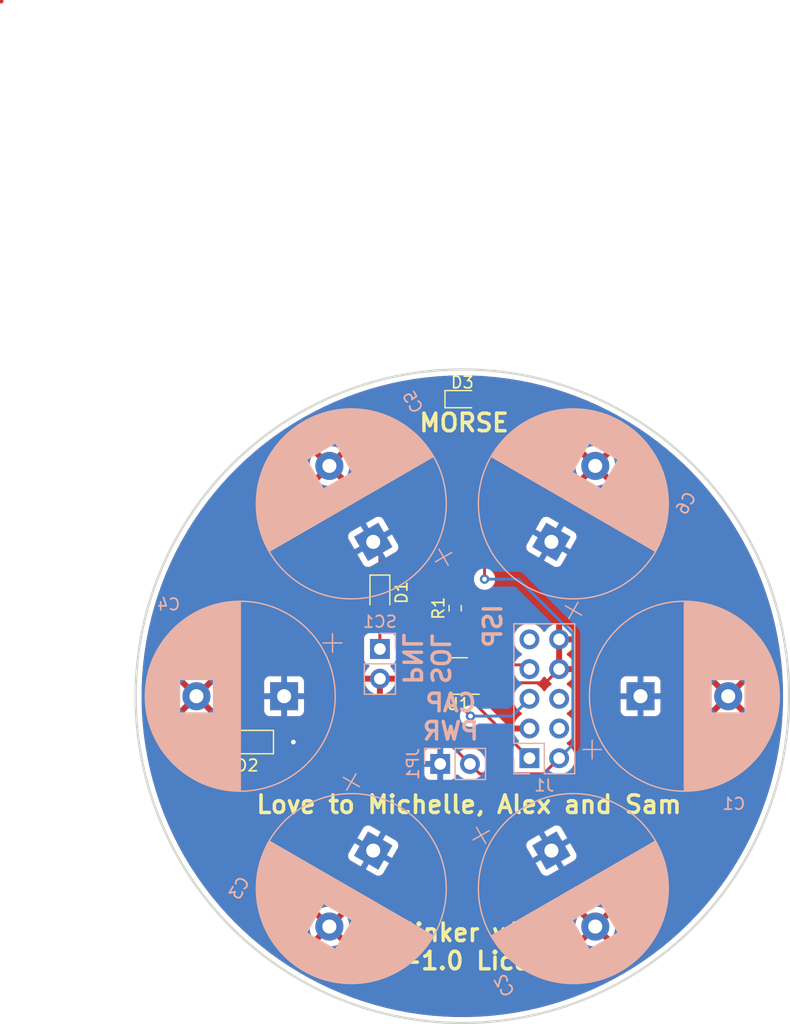
<source format=kicad_pcb>
(kicad_pcb (version 20211014) (generator pcbnew)
  (layers (0 "F.Cu" signal) (31 "B.Cu" signal) (34 "B.Paste" user) (35 "F.Paste" user) (36 "B.SilkS" user "B.Silkscreen") (37 "F.SilkS" user "F.Silkscreen") (38 "B.Mask" user) (39 "F.Mask" user) (44 "Edge.Cuts" user))
  (net 0 "")
  (net 1 "/SLR_IN")
  (net 2 "GND")
  (net 3 "TPIDATA")
  (net 5 "RESET")
  (net 7 "TPICLK")
  (net 9 "2.7VCC")
  (net 10 "/LED_R")
  (net 11 "5VCC")
  (net 12 "LED")
  (footprint "Diode_SMD:D_SOD-123" (layer "F.Cu") (at 146.7 105.52 180)
    (fp_text reference "D2" (at 0 -2 180) (layer "F.SilkS"))
    (fp_text value "D_Zener")
    (pad "1" smd rect (at -1.65 0 180) (size 0.9 1.2) (layers "F.Cu" "F.Paste" "F.Mask") (net 9 "2.7VCC"))
    (pad "2" smd rect (at 1.65 0 180) (size 0.9 1.2) (layers "F.Cu" "F.Paste" "F.Mask") (net 2 "GND"))
  )
  (footprint "LED_SMD:LED_0603_1608Metric" (layer "F.Cu") (at 165.1 76.2)
    (fp_text reference "D3" (at 0 -1.43) (layer "F.SilkS"))
    (fp_text value "LED")
    (pad "1" smd roundrect (at -0.7875 0) (size 0.875 0.95) (layers "F.Cu" "F.Paste" "F.Mask") (net 10 "/LED_R"))
    (pad "2" smd roundrect (at 0.7875 0) (size 0.875 0.95) (layers "F.Cu" "F.Paste" "F.Mask") (net 11 "5VCC"))
  )
  (footprint "Resistor_SMD:R_0603_1608Metric" (layer "F.Cu") (at 164.485 94.08 90)
    (fp_text reference "R1" (at 0 -1.43 90) (layer "F.SilkS"))
    (fp_text value "220")
    (pad "1" smd roundrect (at -0.825 0 90) (size 0.8 0.95) (layers "F.Cu" "F.Paste" "F.Mask") (net 12 "LED"))
    (pad "2" smd roundrect (at 0.825 0 90) (size 0.8 0.95) (layers "F.Cu" "F.Paste" "F.Mask") (net 10 "/LED_R"))
  )
  (footprint "Diode_SMD:D_SOD-323" (layer "F.Cu") (at 158.05 92.74 -90)
    (fp_text reference "D1" (at 0 -1.85 90) (layer "F.SilkS"))
    (fp_text value "D_Schottky")
    (pad "1" smd rect (at -1.05 0 270) (size 0.6 0.45) (layers "F.Cu" "F.Paste" "F.Mask") (net 9 "2.7VCC"))
    (pad "2" smd rect (at 1.05 0 270) (size 0.6 0.45) (layers "F.Cu" "F.Paste" "F.Mask") (net 1 "/SLR_IN"))
  )
  (footprint "Package_TO_SOT_SMD:SOT-23-6" (layer "F.Cu") (at 164.7425 99.87 180)
    (fp_text reference "U1" (at 0 -2.4) (layer "F.SilkS"))
    (fp_text value "ATtiny10-TS")
    (pad "1" smd roundrect (at -1.1375 -0.95 180) (size 1.325 0.6) (layers "F.Cu" "F.Paste" "F.Mask") (net 3 "TPIDATA"))
    (pad "2" smd roundrect (at -1.1375 0 180) (size 1.325 0.6) (layers "F.Cu" "F.Paste" "F.Mask") (net 2 "GND"))
    (pad "3" smd roundrect (at -1.1375 0.95 180) (size 1.325 0.6) (layers "F.Cu" "F.Paste" "F.Mask") (net 7 "TPICLK"))
    (pad "4" smd roundrect (at 1.1375 0.95 180) (size 1.325 0.6) (layers "F.Cu" "F.Paste" "F.Mask") (net 12 "LED"))
    (pad "5" smd roundrect (at 1.1375 0 180) (size 1.325 0.6) (layers "F.Cu" "F.Paste" "F.Mask") (net 11 "5VCC"))
    (pad "6" smd roundrect (at 1.1375 -0.95 180) (size 1.325 0.6) (layers "F.Cu" "F.Paste" "F.Mask") (net 5 "RESET"))
  )
  (footprint "Capacitor_THT:CP_Radial_D16.0mm_P7.50mm" (layer "B.Cu") (at 157.48 114.798227 -120)
    (fp_text reference "C3" (at 8.501477 8.301444 60) (layer "B.SilkS") (effects (justify mirror)))
    (fp_text value "C_Polarized")
    (pad "1" thru_hole rect (at 0 0 240) (size 2.4 2.4) (drill 1.2) (layers *.Cu *.Mask) (net 9 "2.7VCC"))
    (pad "2" thru_hole circle (at 7.5 0 240) (size 2.4 2.4) (drill 1.2) (layers *.Cu *.Mask) (net 2 "GND"))
  )
  (footprint "Capacitor_THT:CP_Radial_D16.0mm_P7.50mm" (layer "B.Cu") (at 180.34 101.6)
    (fp_text reference "C1" (at 7.98 9.2) (layer "B.SilkS") (effects (justify mirror)))
    (fp_text value "C_Polarized")
    (pad "1" thru_hole rect (at 0 0) (size 2.4 2.4) (drill 1.2) (layers *.Cu *.Mask) (net 9 "2.7VCC"))
    (pad "2" thru_hole circle (at 7.5 0) (size 2.4 2.4) (drill 1.2) (layers *.Cu *.Mask) (net 2 "GND"))
  )
  (footprint "Capacitor_THT:CP_Radial_D16.0mm_P7.50mm" (layer "B.Cu") (at 172.72 88.401773 60)
    (fp_text reference "C6" (at 8.619419 8.325726 60) (layer "B.SilkS") (effects (justify mirror)))
    (fp_text value "C_Polarized")
    (pad "1" thru_hole rect (at 0 0 60) (size 2.4 2.4) (drill 1.2) (layers *.Cu *.Mask) (net 9 "2.7VCC"))
    (pad "2" thru_hole circle (at 7.5 0 60) (size 2.4 2.4) (drill 1.2) (layers *.Cu *.Mask) (net 2 "GND"))
  )
  (footprint "Capacitor_THT:CP_Radial_D16.0mm_P7.50mm" (layer "B.Cu") (at 172.72 114.798227 -60)
    (fp_text reference "C2" (at 7.972789 9.31427 120) (layer "B.SilkS") (effects (justify mirror)))
    (fp_text value "C_Polarized")
    (pad "1" thru_hole rect (at 0 0 300) (size 2.4 2.4) (drill 1.2) (layers *.Cu *.Mask) (net 9 "2.7VCC"))
    (pad "2" thru_hole circle (at 7.5 0 300) (size 2.4 2.4) (drill 1.2) (layers *.Cu *.Mask) (net 2 "GND"))
  )
  (footprint "Connector_PinHeader_2.54mm:PinHeader_2x05_P2.54mm_Vertical" (layer "B.Cu") (at 170.84 106.9)
    (fp_text reference "J1" (at 1.27 2.33) (layer "B.SilkS") (effects (justify mirror)))
    (fp_text value "ISP")
    (pad "1" thru_hole rect (at 0 0) (size 1.7 1.7) (drill 1) (layers *.Cu *.Mask) (net 3 "TPIDATA"))
    (pad "2" thru_hole oval (at 2.54 0) (size 1.7 1.7) (drill 1) (layers *.Cu *.Mask) (net 11 "5VCC"))
    (pad "3" thru_hole oval (at 0 -2.54) (size 1.7 1.7) (drill 1) (layers *.Cu *.Mask) (net 2 "GND"))
    (pad "4" thru_hole oval (at 2.54 -2.54) (size 1.7 1.7) (drill 1) (layers *.Cu *.Mask))
    (pad "5" thru_hole oval (at 0 -5.08) (size 1.7 1.7) (drill 1) (layers *.Cu *.Mask) (net 5 "RESET"))
    (pad "6" thru_hole oval (at 2.54 -5.08) (size 1.7 1.7) (drill 1) (layers *.Cu *.Mask))
    (pad "7" thru_hole oval (at 0 -7.62) (size 1.7 1.7) (drill 1) (layers *.Cu *.Mask) (net 7 "TPICLK"))
    (pad "8" thru_hole oval (at 2.54 -7.62) (size 1.7 1.7) (drill 1) (layers *.Cu *.Mask) (net 2 "GND"))
    (pad "9" thru_hole oval (at 0 -10.16) (size 1.7 1.7) (drill 1) (layers *.Cu *.Mask))
    (pad "10" thru_hole oval (at 2.54 -10.16) (size 1.7 1.7) (drill 1) (layers *.Cu *.Mask) (net 2 "GND"))
  )
  (footprint "Connector_PinHeader_2.54mm:PinHeader_1x02_P2.54mm_Vertical" (layer "B.Cu") (at 163.21 107.39 -90)
    (fp_text reference "JP1" (at 0 2.33 90) (layer "B.SilkS") (effects (justify mirror)))
    (fp_text value "Jumper_2_Open")
    (pad "1" thru_hole rect (at 0 0 270) (size 1.7 1.7) (drill 1) (layers *.Cu *.Mask) (net 9 "2.7VCC"))
    (pad "2" thru_hole oval (at 0 -2.54 270) (size 1.7 1.7) (drill 1) (layers *.Cu *.Mask) (net 11 "5VCC"))
  )
  (footprint "Capacitor_THT:CP_Radial_D16.0mm_P7.50mm" (layer "B.Cu") (at 157.48 88.401773 120)
    (fp_text reference "C5" (at 8.670539 8.885732 120) (layer "B.SilkS") (effects (justify mirror)))
    (fp_text value "C_Polarized")
    (pad "1" thru_hole rect (at 0 0 120) (size 2.4 2.4) (drill 1.2) (layers *.Cu *.Mask) (net 9 "2.7VCC"))
    (pad "2" thru_hole circle (at 7.5 0 120) (size 2.4 2.4) (drill 1.2) (layers *.Cu *.Mask) (net 2 "GND"))
  )
  (footprint "Connector_PinHeader_2.54mm:PinHeader_1x02_P2.54mm_Vertical" (layer "B.Cu") (at 158.05 97.56 180)
    (fp_text reference "SC1" (at 0 2.33) (layer "B.SilkS") (effects (justify mirror)))
    (fp_text value "Solar_Cell")
    (pad "1" thru_hole rect (at 0 0 180) (size 1.7 1.7) (drill 1) (layers *.Cu *.Mask) (net 1 "/SLR_IN"))
    (pad "2" thru_hole oval (at 0 -2.54 180) (size 1.7 1.7) (drill 1) (layers *.Cu *.Mask) (net 2 "GND"))
  )
  (footprint "Capacitor_THT:CP_Radial_D16.0mm_P7.50mm" (layer "B.Cu") (at 149.86 101.6 180)
    (fp_text reference "C4" (at 9.87 7.85) (layer "B.SilkS") (effects (justify mirror)))
    (fp_text value "C_Polarized")
    (pad "1" thru_hole rect (at 0 0 180) (size 2.4 2.4) (drill 1.2) (layers *.Cu *.Mask) (net 9 "2.7VCC"))
    (pad "2" thru_hole circle (at 7.5 0 180) (size 2.4 2.4) (drill 1.2) (layers *.Cu *.Mask) (net 2 "GND"))
  )
  (gr_circle (center 125.66 42.17) (end 125.66 42.17) (layer "F.Cu") (width 0.2) (fill none))
  (gr_circle (center 165.1 101.6) (end 193.04 101.6) (layer "Edge.Cuts") (width 0.2) (fill none))
  (gr_text "SOL\nPNL" (at 161.99 98.41 270) (layer "B.SilkS") (effects (font (size 1.5 1.5) (thickness 0.3)) (justify mirror)))
  (gr_text "CAP\nPWR" (at 164.11 103.37) (layer "B.SilkS") (effects (font (size 1.5 1.5) (thickness 0.3)) (justify mirror)))
  (gr_text "ISP" (at 167.71 95.6 90) (layer "B.SilkS") (effects (font (size 1.5 1.5) (thickness 0.3)) (justify mirror)))
  (gr_text "Blinker v1.0\nCC0-1.0 License " (at 165.57 123.02) (layer "F.SilkS") (effects (font (size 1.5 1.5) (thickness 0.3))))
  (gr_text "MORSE" (at 165.25 78.22) (layer "F.SilkS") (effects (font (size 1.5 1.5) (thickness 0.3))))
  (gr_text "Love to Michelle, Alex and Sam" (at 165.67 110.86) (layer "F.SilkS") (effects (font (size 1.5 1.5) (thickness 0.3))))
  (segment (start 158.05 93.79) (end 158.05 97.56) (width 0.25) (layer "F.Cu") (net 1))
  (segment (start 168.914511 100.454511) (end 168.33 99.87) (width 0.25) (layer "F.Cu") (net 2))
  (segment (start 172.205489 100.454511) (end 168.914511 100.454511) (width 0.25) (layer "F.Cu") (net 2))
  (segment (start 173.38 99.28) (end 172.205489 100.454511) (width 0.25) (layer "F.Cu") (net 2))
  (segment (start 168.33 99.87) (end 165.88 99.87) (width 0.25) (layer "F.Cu") (net 2))
  (segment (start 165.88 101.94) (end 170.84 106.9) (width 0.25) (layer "F.Cu") (net 3))
  (segment (start 165.88 100.82) (end 165.88 101.94) (width 0.25) (layer "F.Cu") (net 3))
  (segment (start 163.605 101.105) (end 165.8 103.3) (width 0.25) (layer "F.Cu") (net 5))
  (segment (start 163.605 100.82) (end 163.605 101.105) (width 0.25) (layer "F.Cu") (net 5))
  (via (at 165.8 103.3) (size 0.8) (drill 0.4) (layers "F.Cu" "B.Cu") (net 5))
  (segment (start 169.36 103.3) (end 170.84 101.82) (width 0.25) (layer "B.Cu") (net 5))
  (segment (start 165.8 103.3) (end 169.36 103.3) (width 0.25) (layer "B.Cu") (net 5))
  (segment (start 165.88 98.92) (end 170.48 98.92) (width 0.25) (layer "F.Cu") (net 7))
  (segment (start 170.48 98.92) (end 170.84 99.28) (width 0.25) (layer "F.Cu") (net 7))
  (segment (start 158.05 91.69) (end 158.05 88.971773) (width 0.25) (layer "F.Cu") (net 9))
  (segment (start 158.05 88.971773) (end 157.48 88.401773) (width 0.25) (layer "F.Cu") (net 9))
  (segment (start 148.35 105.52) (end 150.65 105.52) (width 0.25) (layer "F.Cu") (net 9))
  (via (at 150.65 105.52) (size 0.8) (drill 0.4) (layers "F.Cu" "B.Cu") (net 9))
  (segment (start 164.485 93.255) (end 164.485 76.5225) (width 0.25) (layer "F.Cu") (net 10))
  (segment (start 164.485 76.5225) (end 164.1625 76.2) (width 0.25) (layer "F.Cu") (net 10))
  (segment (start 166.6 108.24) (end 172.04 108.24) (width 0.25) (layer "F.Cu") (net 11))
  (segment (start 167 91.59) (end 167 77.1625) (width 0.25) (layer "F.Cu") (net 11))
  (segment (start 163.605 99.87) (end 163.221428 99.87) (width 0.25) (layer "F.Cu") (net 11))
  (segment (start 167 77.1625) (end 166.0375 76.2) (width 0.25) (layer "F.Cu") (net 11))
  (segment (start 162.61798 100.473448) (end 162.61798 104.25798) (width 0.25) (layer "F.Cu") (net 11))
  (segment (start 166.6 108.24) (end 165.75 107.39) (width 0.25) (layer "F.Cu") (net 11))
  (segment (start 162.61798 104.25798) (end 165.75 107.39) (width 0.25) (layer "F.Cu") (net 11))
  (segment (start 172.04 108.24) (end 173.38 106.9) (width 0.25) (layer "F.Cu") (net 11))
  (segment (start 163.221428 99.87) (end 162.61798 100.473448) (width 0.25) (layer "F.Cu") (net 11))
  (via (at 167 91.59) (size 0.8) (drill 0.4) (layers "F.Cu" "B.Cu") (net 11))
  (segment (start 174.554511 96.253501) (end 174.554511 105.725489) (width 0.25) (layer "B.Cu") (net 11))
  (segment (start 167 91.59) (end 169.89101 91.59) (width 0.25) (layer "B.Cu") (net 11))
  (segment (start 169.89101 91.59) (end 174.554511 96.253501) (width 0.25) (layer "B.Cu") (net 11))
  (segment (start 174.554511 105.725489) (end 173.38 106.9) (width 0.25) (layer "B.Cu") (net 11))
  (segment (start 163.605 98.92) (end 163.605 95.785) (width 0.25) (layer "F.Cu") (net 12))
  (segment (start 163.605 95.785) (end 164.485 94.905) (width 0.25) (layer "F.Cu") (net 12))
  (zone (net 2) (net_name "GND") (layer "F.Cu") (connect_pads (clearance 0.508)) (min_thickness 0.254) (fill yes (thermal_gap 0.508) (thermal_bridge_width 0.508))
    (polygon (pts (xy 193.045004 101.6) (xy 193.026236 100.575991) (xy 192.969957 99.553358) (xy 192.876243 98.533474) (xy 192.745219 97.517709) (xy 192.577062 96.507428) (xy 192.371998 95.503986) (xy 192.130301 94.508733) (xy 191.852297 93.523005) (xy 191.538359 92.548126) (xy 191.188909 91.585406) (xy 190.804415 90.636138) (xy 190.385396 89.701596) (xy 189.932412 88.783036) (xy 189.446073 87.881693) (xy 188.927033 86.998776) (xy 188.375987 86.135471) (xy 187.793677 85.292939) (xy 187.180885 84.47231) (xy 186.538433 83.674687) (xy 185.867185 82.901143) (xy 185.168042 82.152714) (xy 184.441944 81.430408) (xy 183.689865 80.735193) (xy 182.912816 80.068004) (xy 182.111841 79.429738) (xy 181.288015 78.82125) (xy 180.442445 78.24336) (xy 179.576267 77.696842) (xy 178.690644 77.182432) (xy 177.786766 76.700819) (xy 176.865847 76.252651) (xy 175.929125 75.838531) (xy 174.977856 75.459013) (xy 174.013319 75.114608) (xy 173.03681 74.805779) (xy 172.04964 74.53294) (xy 171.053135 74.296458) (xy 170.048634 74.09665) (xy 169.037485 73.933785) (xy 168.021048 73.808082) (xy 167.000688 73.719709) (xy 165.977774 73.668785) (xy 164.953681 73.655379) (xy 163.929785 73.679509) (xy 162.90746 73.741141) (xy 161.888081 73.840194) (xy 160.873016 73.976534) (xy 159.863628 74.149979) (xy 158.861275 74.360295) (xy 157.867301 74.607199) (xy 156.883042 74.89036) (xy 155.90982 75.209399) (xy 154.948943 75.563885) (xy 154.001701 75.953343) (xy 153.069366 76.377251) (xy 152.15319 76.835037) (xy 151.254406 77.326089) (xy 150.374218 77.849745) (xy 149.513811 78.405303) (xy 148.674339 78.992017) (xy 147.85693 79.609098) (xy 147.062682 80.255717) (xy 146.292663 80.931006) (xy 145.547905 81.634058) (xy 144.82941 82.363929) (xy 144.138143 83.119637) (xy 143.475032 83.900169) (xy 142.840968 84.704475) (xy 142.236803 85.531476) (xy 141.663348 86.38006) (xy 141.121373 87.249088) (xy 140.611606 88.137392) (xy 140.134733 89.043779) (xy 139.691393 89.967032) (xy 139.282183 90.90591) (xy 138.907651 91.859153) (xy 138.568301 92.82548) (xy 138.264589 93.803592) (xy 137.996923 94.792178) (xy 137.765661 95.789907) (xy 137.571116 96.795441) (xy 137.413548 97.807428) (xy 137.293168 98.824509) (xy 137.210139 99.845319) (xy 137.164572 100.868485) (xy 137.156528 101.892634) (xy 137.186018 102.91639) (xy 137.253003 103.938378) (xy 137.357392 104.957224) (xy 137.499045 105.971562) (xy 137.677773 106.980027) (xy 137.893334 107.981266) (xy 138.145439 108.973933) (xy 138.43375 109.956696) (xy 138.75788 110.928234) (xy 139.117392 111.887242) (xy 139.511805 112.832432) (xy 139.940588 113.762535) (xy 140.403166 114.676301) (xy 140.898917 115.572502) (xy 141.427175 116.449935) (xy 141.98723 117.307422) (xy 142.578331 118.143811) (xy 143.199683 118.957977) (xy 143.850452 119.748828) (xy 144.529764 120.515302) (xy 145.236706 121.256368) (xy 145.970328 121.971031) (xy 146.729646 122.658332) (xy 147.513639 123.317347) (xy 148.321254 123.947191) (xy 149.151407 124.547018) (xy 150.002982 125.116022) (xy 150.874836 125.653439) (xy 151.765797 126.158548) (xy 152.674668 126.630669) (xy 153.60023 127.069168) (xy 154.541238 127.473457) (xy 155.496428 127.842993) (xy 156.464519 128.177278) (xy 157.444209 128.475865) (xy 158.434182 128.738351) (xy 159.433108 128.964385) (xy 160.439647 129.153663) (xy 161.452445 129.305931) (xy 162.470143 129.420983) (xy 163.491373 129.498666) (xy 164.514764 129.538875) (xy 165.538941 129.541556) (xy 166.562529 129.506706) (xy 167.584151 129.434372) (xy 168.602438 129.324649) (xy 169.616019 129.177687) (xy 170.623535 128.993682) (xy 171.623632 128.772881) (xy 172.614965 128.515582) (xy 173.596205 128.222129) (xy 174.566033 127.892917) (xy 175.523145 127.528388) (xy 176.466257 127.129031) (xy 177.394102 126.695384) (xy 178.305433 126.228028) (xy 179.199026 125.727592) (xy 180.073682 125.194747) (xy 180.928225 124.63021) (xy 181.761507 124.034738) (xy 182.572409 123.409131) (xy 183.359841 122.75423) (xy 184.122747 122.070914) (xy 184.860102 121.360102) (xy 185.570914 120.622747) (xy 186.25423 119.859841) (xy 186.909131 119.072409) (xy 187.534738 118.261507) (xy 188.13021 117.428225) (xy 188.694747 116.573682) (xy 189.227592 115.699026) (xy 189.728028 114.805433) (xy 190.195384 113.894102) (xy 190.629031 112.966257) (xy 191.028388 112.023145) (xy 191.392917 111.066033) (xy 191.722129 110.096205) (xy 192.015582 109.114965) (xy 192.272881 108.123632) (xy 192.493682 107.123535) (xy 192.677687 106.116019) (xy 192.824649 105.102438) (xy 192.934372 104.084151) (xy 193.006706 103.062529) (xy 193.041556 102.038941)))
  )
  (zone (net 9) (net_name "2.7VCC") (layer "B.Cu") (connect_pads (clearance 0.508)) (min_thickness 0.254) (fill yes (thermal_gap 0.508) (thermal_bridge_width 0.508))
    (polygon (pts (xy 193.045004 101.6) (xy 193.026236 100.575991) (xy 192.969957 99.553358) (xy 192.876243 98.533474) (xy 192.745219 97.517709) (xy 192.577062 96.507428) (xy 192.371998 95.503986) (xy 192.130301 94.508733) (xy 191.852297 93.523005) (xy 191.538359 92.548126) (xy 191.188909 91.585406) (xy 190.804415 90.636138) (xy 190.385396 89.701596) (xy 189.932412 88.783036) (xy 189.446073 87.881693) (xy 188.927033 86.998776) (xy 188.375987 86.135471) (xy 187.793677 85.292939) (xy 187.180885 84.47231) (xy 186.538433 83.674687) (xy 185.867185 82.901143) (xy 185.168042 82.152714) (xy 184.441944 81.430408) (xy 183.689865 80.735193) (xy 182.912816 80.068004) (xy 182.111841 79.429738) (xy 181.288015 78.82125) (xy 180.442445 78.24336) (xy 179.576267 77.696842) (xy 178.690644 77.182432) (xy 177.786766 76.700819) (xy 176.865847 76.252651) (xy 175.929125 75.838531) (xy 174.977856 75.459013) (xy 174.013319 75.114608) (xy 173.03681 74.805779) (xy 172.04964 74.53294) (xy 171.053135 74.296458) (xy 170.048634 74.09665) (xy 169.037485 73.933785) (xy 168.021048 73.808082) (xy 167.000688 73.719709) (xy 165.977774 73.668785) (xy 164.953681 73.655379) (xy 163.929785 73.679509) (xy 162.90746 73.741141) (xy 161.888081 73.840194) (xy 160.873016 73.976534) (xy 159.863628 74.149979) (xy 158.861275 74.360295) (xy 157.867301 74.607199) (xy 156.883042 74.89036) (xy 155.90982 75.209399) (xy 154.948943 75.563885) (xy 154.001701 75.953343) (xy 153.069366 76.377251) (xy 152.15319 76.835037) (xy 151.254406 77.326089) (xy 150.374218 77.849745) (xy 149.513811 78.405303) (xy 148.674339 78.992017) (xy 147.85693 79.609098) (xy 147.062682 80.255717) (xy 146.292663 80.931006) (xy 145.547905 81.634058) (xy 144.82941 82.363929) (xy 144.138143 83.119637) (xy 143.475032 83.900169) (xy 142.840968 84.704475) (xy 142.236803 85.531476) (xy 141.663348 86.38006) (xy 141.121373 87.249088) (xy 140.611606 88.137392) (xy 140.134733 89.043779) (xy 139.691393 89.967032) (xy 139.282183 90.90591) (xy 138.907651 91.859153) (xy 138.568301 92.82548) (xy 138.264589 93.803592) (xy 137.996923 94.792178) (xy 137.765661 95.789907) (xy 137.571116 96.795441) (xy 137.413548 97.807428) (xy 137.293168 98.824509) (xy 137.210139 99.845319) (xy 137.164572 100.868485) (xy 137.156528 101.892634) (xy 137.186018 102.91639) (xy 137.253003 103.938378) (xy 137.357392 104.957224) (xy 137.499045 105.971562) (xy 137.677773 106.980027) (xy 137.893334 107.981266) (xy 138.145439 108.973933) (xy 138.43375 109.956696) (xy 138.75788 110.928234) (xy 139.117392 111.887242) (xy 139.511805 112.832432) (xy 139.940588 113.762535) (xy 140.403166 114.676301) (xy 140.898917 115.572502) (xy 141.427175 116.449935) (xy 141.98723 117.307422) (xy 142.578331 118.143811) (xy 143.199683 118.957977) (xy 143.850452 119.748828) (xy 144.529764 120.515302) (xy 145.236706 121.256368) (xy 145.970328 121.971031) (xy 146.729646 122.658332) (xy 147.513639 123.317347) (xy 148.321254 123.947191) (xy 149.151407 124.547018) (xy 150.002982 125.116022) (xy 150.874836 125.653439) (xy 151.765797 126.158548) (xy 152.674668 126.630669) (xy 153.60023 127.069168) (xy 154.541238 127.473457) (xy 155.496428 127.842993) (xy 156.464519 128.177278) (xy 157.444209 128.475865) (xy 158.434182 128.738351) (xy 159.433108 128.964385) (xy 160.439647 129.153663) (xy 161.452445 129.305931) (xy 162.470143 129.420983) (xy 163.491373 129.498666) (xy 164.514764 129.538875) (xy 165.538941 129.541556) (xy 166.562529 129.506706) (xy 167.584151 129.434372) (xy 168.602438 129.324649) (xy 169.616019 129.177687) (xy 170.623535 128.993682) (xy 171.623632 128.772881) (xy 172.614965 128.515582) (xy 173.596205 128.222129) (xy 174.566033 127.892917) (xy 175.523145 127.528388) (xy 176.466257 127.129031) (xy 177.394102 126.695384) (xy 178.305433 126.228028) (xy 179.199026 125.727592) (xy 180.073682 125.194747) (xy 180.928225 124.63021) (xy 181.761507 124.034738) (xy 182.572409 123.409131) (xy 183.359841 122.75423) (xy 184.122747 122.070914) (xy 184.860102 121.360102) (xy 185.570914 120.622747) (xy 186.25423 119.859841) (xy 186.909131 119.072409) (xy 187.534738 118.261507) (xy 188.13021 117.428225) (xy 188.694747 116.573682) (xy 189.227592 115.699026) (xy 189.728028 114.805433) (xy 190.195384 113.894102) (xy 190.629031 112.966257) (xy 191.028388 112.023145) (xy 191.392917 111.066033) (xy 191.722129 110.096205) (xy 192.015582 109.114965) (xy 192.272881 108.123632) (xy 192.493682 107.123535) (xy 192.677687 106.116019) (xy 192.824649 105.102438) (xy 192.934372 104.084151) (xy 193.006706 103.062529) (xy 193.041556 102.038941)))
  )
)
</source>
